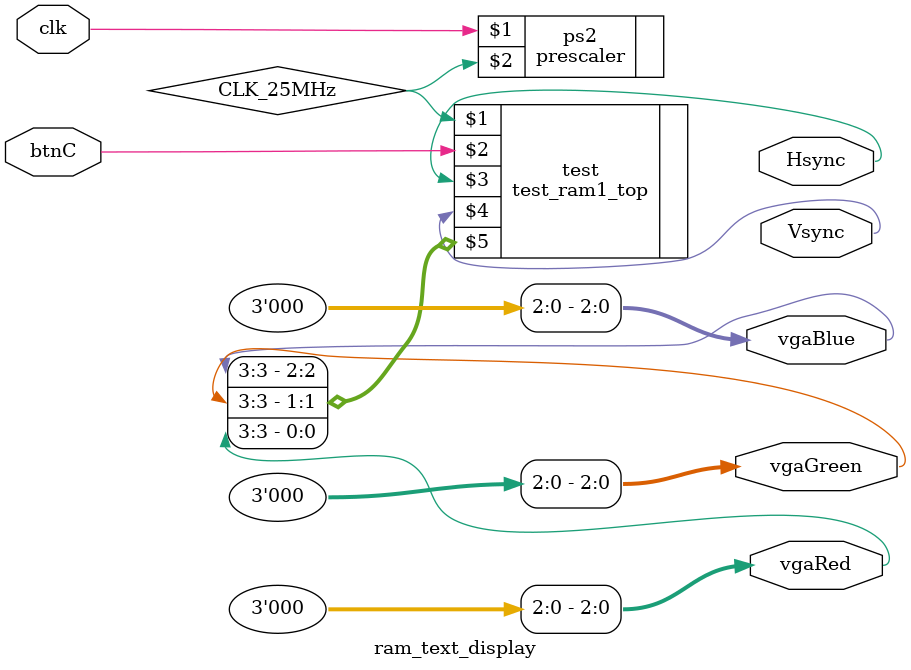
<source format=v>
/**
 * Project: RAM Text Display
 *
 * This is the top module that serves as an adaptor for projects in the 8 Bit Workshop
 * to be used on a Basys3 board.
 *
 */

`include "../prescaler.v"
`include "chardisplay.v"

module ram_text_display (
    input  clk,             // 25MHz clock
    input  btnC,            // reset button (center button on Basys3)
    output [3:0] vgaRed,    // VGA display signals
    output [3:0] vgaBlue,
    output [3:0] vgaGreen,
    output Hsync,
    output Vsync
);

    // zero out the top VGA color bits
    assign vgaRed[2:0] = 0;
    assign vgaBlue[2:0] = 0;
    assign vgaGreen[2:0] = 0;

    // 25MHz clock
    wire CLK_25MHz;
    prescaler #(.N(2)) ps2(clk, CLK_25MHz);
    
    // test pattern object
    test_ram1_top test(CLK_25MHz, btnC, Hsync, Vsync, {vgaBlue[3],vgaGreen[3],vgaRed[3]});    

endmodule

</source>
